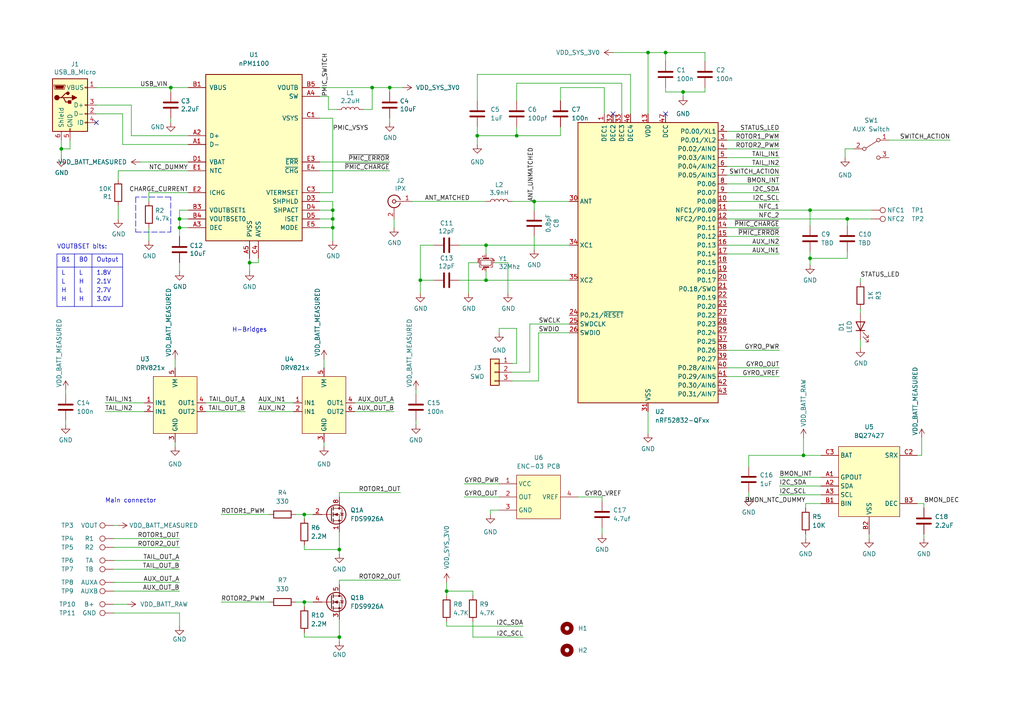
<source format=kicad_sch>
(kicad_sch (version 20250114) (generator "eeschema") (generator_version "9.0")
  (paper "A4")
  (title_block (title "AIRMAN") (date "2023-02-11") (rev "v2.0") (company "dossalab"))
  (text "H" (at 17.78 85.09 0) (effects (font (size 1.27 1.27)) (justify left bottom)))
  (text "B1\n" (at 17.78 76.2 0) (effects (font (size 1.27 1.27)) (justify left bottom)))
  (text "Output\n" (at 27.94 76.2 0) (effects (font (size 1.27 1.27)) (justify left bottom)))
  (text "2.1V" (at 27.94 82.55 0) (effects (font (size 1.27 1.27)) (justify left bottom)))
  (text "L" (at 22.86 85.09 0) (effects (font (size 1.27 1.27)) (justify left bottom)))
  (text "VOUTBSET bits:" (at 16.51 72.39 0) (effects (font (size 1.27 1.27)) (justify left bottom)))
  (text "L" (at 17.78 82.55 0) (effects (font (size 1.27 1.27)) (justify left bottom)))
  (text "Main connector" (at 30.48 146.05 0) (effects (font (size 1.27 1.27)) (justify left bottom)))
  (text "L" (at 17.78 80.01 0) (effects (font (size 1.27 1.27)) (justify left bottom)))
  (text "H-Bridges" (at 67.31 96.52 0) (effects (font (size 1.27 1.27)) (justify left bottom)))
  (text "H" (at 22.86 87.63 0) (effects (font (size 1.27 1.27)) (justify left bottom)))
  (text "2.7V" (at 27.94 85.09 0) (effects (font (size 1.27 1.27)) (justify left bottom)))
  (text "H\n" (at 22.86 82.55 0) (effects (font (size 1.27 1.27)) (justify left bottom)))
  (text "3.0V" (at 27.94 87.63 0) (effects (font (size 1.27 1.27)) (justify left bottom)))
  (text "B0" (at 22.86 76.2 0) (effects (font (size 1.27 1.27)) (justify left bottom)))
  (text "1.8V" (at 27.94 80.01 0) (effects (font (size 1.27 1.27)) (justify left bottom)))
  (text "H" (at 17.78 87.63 0) (effects (font (size 1.27 1.27)) (justify left bottom)))
  (text "L" (at 22.86 80.01 0) (effects (font (size 1.27 1.27)) (justify left bottom)))
  (junction (at 234.95 74.93))
  (junction (at 96.52 66.04))
  (junction (at 113.03 25.4))
  (junction (at 88.265 174.625))
  (junction (at 193.04 15.24))
  (junction (at 107.95 25.4))
  (junction (at 233.045 132.08))
  (junction (at 187.96 15.24))
  (junction (at 140.97 81.28))
  (junction (at 140.97 71.12))
  (junction (at 121.92 81.28))
  (junction (at 96.52 63.5))
  (junction (at 129.54 171.45))
  (junction (at 245.745 63.5))
  (junction (at 138.43 39.37))
  (junction (at 72.39 76.2))
  (junction (at 234.95 60.96))
  (junction (at 98.425 184.785))
  (junction (at 96.52 60.96))
  (junction (at 52.07 66.04))
  (junction (at 52.07 63.5))
  (junction (at 49.53 25.4))
  (junction (at 154.94 58.42))
  (junction (at 17.78 43.18))
  (junction (at 98.425 159.385))
  (junction (at 88.265 149.225))
  (junction (at 149.86 39.37))
  (junction (at 198.12 26.67))
  (no_connect (at 193.04 33.02))
  (no_connect (at 177.8 33.02))
  (no_connect (at 27.94 35.56))
  (wire (pts (xy 257.81 40.64) (xy 275.59 40.64)))
  (wire (pts (xy 266.065 146.05) (xy 267.97 146.05)))
  (wire (pts (xy 30.48 119.38) (xy 41.91 119.38)))
  (wire (pts (xy 27.94 30.48) (xy 38.1 30.48)))
  (wire (pts (xy 88.265 174.625) (xy 88.265 175.895)))
  (wire (pts (xy 49.53 26.67) (xy 49.53 25.4)))
  (polyline (pts (xy 49.53 57.15) (xy 39.37 57.15)) (stroke (width 0) (type dash)))
  (wire (pts (xy 210.82 38.1) (xy 226.06 38.1)))
  (wire (pts (xy 92.71 55.88) (xy 96.52 55.88)))
  (wire (pts (xy 245.745 63.5) (xy 245.745 65.405)))
  (wire (pts (xy 233.68 154.94) (xy 233.68 156.21)))
  (wire (pts (xy 102.87 116.84) (xy 114.3 116.84)))
  (wire (pts (xy 30.48 116.84) (xy 41.91 116.84)))
  (wire (pts (xy 177.8 15.24) (xy 187.96 15.24)))
  (wire (pts (xy 210.82 68.58) (xy 226.06 68.58)))
  (wire (pts (xy 210.82 60.96) (xy 234.95 60.96)))
  (polyline (pts (xy 16.51 88.9) (xy 35.56 88.9)) (stroke (width 0) (type solid)))
  (wire (pts (xy 98.425 142.875) (xy 116.205 142.875)))
  (wire (pts (xy 98.425 184.785) (xy 98.425 186.055)))
  (wire (pts (xy 38.1 30.48) (xy 38.1 39.37)))
  (wire (pts (xy 204.47 26.67) (xy 198.12 26.67)))
  (wire (pts (xy 85.725 174.625) (xy 88.265 174.625)))
  (wire (pts (xy 180.34 24.13) (xy 180.34 33.02)))
  (wire (pts (xy 92.71 49.53) (xy 113.03 49.53)))
  (wire (pts (xy 33.02 162.56) (xy 52.07 162.56)))
  (wire (pts (xy 98.425 168.275) (xy 116.205 168.275)))
  (wire (pts (xy 50.8 104.14) (xy 50.8 106.68)))
  (wire (pts (xy 249.555 81.915) (xy 249.555 80.645)))
  (wire (pts (xy 33.02 175.26) (xy 36.83 175.26)))
  (wire (pts (xy 226.06 140.97) (xy 238.125 140.97)))
  (wire (pts (xy 210.82 109.22) (xy 226.06 109.22)))
  (wire (pts (xy 120.65 113.03) (xy 120.65 114.3)))
  (wire (pts (xy 93.98 104.14) (xy 93.98 106.68)))
  (wire (pts (xy 267.97 154.94) (xy 267.97 156.21)))
  (wire (pts (xy 96.52 58.42) (xy 92.71 58.42)))
  (wire (pts (xy 198.12 26.67) (xy 198.12 27.94)))
  (wire (pts (xy 88.265 149.225) (xy 88.265 150.495)))
  (wire (pts (xy 98.425 144.145) (xy 98.425 142.875)))
  (wire (pts (xy 149.86 105.41) (xy 149.86 95.25)))
  (wire (pts (xy 92.71 66.04) (xy 96.52 66.04)))
  (wire (pts (xy 140.97 71.12) (xy 140.97 73.66)))
  (wire (pts (xy 234.95 74.93) (xy 234.95 76.835)))
  (wire (pts (xy 27.94 25.4) (xy 49.53 25.4)))
  (wire (pts (xy 49.53 35.56) (xy 49.53 34.29)))
  (wire (pts (xy 113.03 35.56) (xy 113.03 34.29)))
  (polyline (pts (xy 16.51 77.47) (xy 35.56 77.47)) (stroke (width 0) (type solid)))
  (polyline (pts (xy 35.56 73.66) (xy 16.51 73.66)) (stroke (width 0) (type solid)))
  (wire (pts (xy 182.88 21.59) (xy 182.88 33.02)))
  (wire (pts (xy 210.82 43.18) (xy 226.06 43.18)))
  (wire (pts (xy 49.53 25.4) (xy 54.61 25.4)))
  (wire (pts (xy 149.86 39.37) (xy 149.86 36.83)))
  (wire (pts (xy 107.95 31.75) (xy 107.95 25.4)))
  (wire (pts (xy 121.92 71.12) (xy 121.92 81.28)))
  (wire (pts (xy 210.82 45.72) (xy 226.06 45.72)))
  (wire (pts (xy 148.59 110.49) (xy 156.21 110.49)))
  (wire (pts (xy 138.43 29.21) (xy 138.43 21.59)))
  (wire (pts (xy 233.045 127) (xy 233.045 132.08)))
  (wire (pts (xy 52.07 68.58) (xy 52.07 66.04)))
  (wire (pts (xy 90.805 174.625) (xy 88.265 174.625)))
  (wire (pts (xy 72.39 76.2) (xy 72.39 78.74)))
  (wire (pts (xy 43.18 55.88) (xy 54.61 55.88)))
  (wire (pts (xy 204.47 25.4) (xy 204.47 26.67)))
  (wire (pts (xy 54.61 66.04) (xy 52.07 66.04)))
  (wire (pts (xy 210.82 73.66) (xy 226.06 73.66)))
  (wire (pts (xy 40.64 46.99) (xy 54.61 46.99)))
  (wire (pts (xy 88.265 158.115) (xy 88.265 159.385)))
  (wire (pts (xy 193.04 25.4) (xy 193.04 26.67)))
  (wire (pts (xy 234.95 60.96) (xy 234.95 65.405)))
  (wire (pts (xy 138.43 21.59) (xy 182.88 21.59)))
  (wire (pts (xy 147.32 76.2) (xy 143.51 76.2)))
  (wire (pts (xy 210.82 101.6) (xy 226.06 101.6)))
  (wire (pts (xy 267.97 147.32) (xy 267.97 146.05)))
  (wire (pts (xy 33.02 177.8) (xy 52.07 177.8)))
  (polyline (pts (xy 35.56 88.9) (xy 35.56 73.66)) (stroke (width 0) (type solid)))
  (wire (pts (xy 19.05 113.03) (xy 19.05 114.3)))
  (wire (pts (xy 93.98 128.27) (xy 93.98 129.54)))
  (wire (pts (xy 153.67 107.95) (xy 148.59 107.95)))
  (wire (pts (xy 119.38 58.42) (xy 140.97 58.42)))
  (wire (pts (xy 162.56 25.4) (xy 162.56 29.21)))
  (wire (pts (xy 144.78 147.955) (xy 142.24 147.955)))
  (wire (pts (xy 133.35 71.12) (xy 140.97 71.12)))
  (wire (pts (xy 138.43 39.37) (xy 149.86 39.37)))
  (wire (pts (xy 33.02 156.21) (xy 52.07 156.21)))
  (wire (pts (xy 125.73 71.12) (xy 121.92 71.12)))
  (wire (pts (xy 92.71 63.5) (xy 96.52 63.5)))
  (wire (pts (xy 245.11 43.18) (xy 247.65 43.18)))
  (wire (pts (xy 120.65 121.92) (xy 120.65 123.19)))
  (wire (pts (xy 92.71 27.94) (xy 95.25 27.94)))
  (wire (pts (xy 90.805 149.225) (xy 88.265 149.225)))
  (wire (pts (xy 121.92 85.09) (xy 121.92 81.28)))
  (wire (pts (xy 96.52 60.96) (xy 96.52 58.42)))
  (wire (pts (xy 92.71 34.29) (xy 96.52 34.29)))
  (wire (pts (xy 233.045 132.08) (xy 238.125 132.08)))
  (wire (pts (xy 153.67 93.98) (xy 165.1 93.98)))
  (wire (pts (xy 234.95 73.025) (xy 234.95 74.93)))
  (wire (pts (xy 210.82 55.88) (xy 226.06 55.88)))
  (wire (pts (xy 96.52 69.85) (xy 96.52 66.04)))
  (wire (pts (xy 98.425 179.705) (xy 98.425 184.785)))
  (wire (pts (xy 138.43 39.37) (xy 138.43 41.91)))
  (polyline (pts (xy 16.51 73.66) (xy 16.51 88.9)) (stroke (width 0) (type solid)))
  (wire (pts (xy 74.93 116.84) (xy 85.09 116.84)))
  (wire (pts (xy 52.07 177.8) (xy 52.07 181.61)))
  (wire (pts (xy 187.96 15.24) (xy 187.96 33.02)))
  (wire (pts (xy 92.71 46.99) (xy 113.03 46.99)))
  (wire (pts (xy 233.68 147.32) (xy 233.68 146.05)))
  (wire (pts (xy 217.17 132.08) (xy 233.045 132.08)))
  (wire (pts (xy 156.21 96.52) (xy 165.1 96.52)))
  (wire (pts (xy 98.425 154.305) (xy 98.425 159.385)))
  (wire (pts (xy 19.05 121.92) (xy 19.05 123.19)))
  (wire (pts (xy 35.56 41.91) (xy 35.56 33.02)))
  (wire (pts (xy 267.335 127) (xy 267.335 132.08)))
  (wire (pts (xy 33.02 165.1) (xy 52.07 165.1)))
  (wire (pts (xy 64.135 149.225) (xy 78.105 149.225)))
  (wire (pts (xy 33.02 168.91) (xy 52.07 168.91)))
  (wire (pts (xy 34.29 49.53) (xy 54.61 49.53)))
  (wire (pts (xy 88.265 183.515) (xy 88.265 184.785)))
  (wire (pts (xy 72.39 74.93) (xy 72.39 76.2)))
  (wire (pts (xy 137.16 172.72) (xy 137.16 171.45)))
  (wire (pts (xy 217.17 142.875) (xy 217.17 144.145)))
  (wire (pts (xy 144.78 95.25) (xy 144.78 96.52)))
  (wire (pts (xy 114.3 66.04) (xy 114.3 63.5)))
  (wire (pts (xy 156.21 110.49) (xy 156.21 96.52)))
  (wire (pts (xy 59.69 119.38) (xy 71.12 119.38)))
  (wire (pts (xy 88.265 159.385) (xy 98.425 159.385)))
  (wire (pts (xy 198.12 26.67) (xy 193.04 26.67)))
  (wire (pts (xy 43.18 69.85) (xy 43.18 66.04)))
  (wire (pts (xy 210.82 71.12) (xy 226.06 71.12)))
  (wire (pts (xy 74.93 119.38) (xy 85.09 119.38)))
  (wire (pts (xy 85.725 149.225) (xy 88.265 149.225)))
  (wire (pts (xy 135.89 76.2) (xy 138.43 76.2)))
  (wire (pts (xy 129.54 181.61) (xy 151.765 181.61)))
  (wire (pts (xy 154.94 68.58) (xy 154.94 72.39)))
  (wire (pts (xy 162.56 36.83) (xy 162.56 39.37)))
  (wire (pts (xy 142.24 147.955) (xy 142.24 149.225)))
  (wire (pts (xy 140.97 78.74) (xy 140.97 81.28)))
  (wire (pts (xy 88.265 184.785) (xy 98.425 184.785)))
  (wire (pts (xy 226.06 143.51) (xy 238.125 143.51)))
  (wire (pts (xy 137.16 184.785) (xy 151.765 184.785)))
  (wire (pts (xy 154.94 58.42) (xy 165.1 58.42)))
  (wire (pts (xy 96.52 66.04) (xy 96.52 63.5)))
  (wire (pts (xy 249.555 100.965) (xy 249.555 98.425)))
  (wire (pts (xy 133.35 81.28) (xy 140.97 81.28)))
  (wire (pts (xy 210.82 66.04) (xy 226.06 66.04)))
  (wire (pts (xy 148.59 58.42) (xy 154.94 58.42)))
  (wire (pts (xy 140.97 81.28) (xy 165.1 81.28)))
  (wire (pts (xy 102.87 119.38) (xy 114.3 119.38)))
  (wire (pts (xy 33.02 171.45) (xy 52.07 171.45)))
  (wire (pts (xy 64.135 174.625) (xy 78.105 174.625)))
  (wire (pts (xy 204.47 17.78) (xy 204.47 15.24)))
  (wire (pts (xy 137.16 184.785) (xy 137.16 180.34)))
  (wire (pts (xy 193.04 15.24) (xy 204.47 15.24)))
  (wire (pts (xy 92.71 25.4) (xy 107.95 25.4)))
  (wire (pts (xy 149.86 29.21) (xy 149.86 24.13)))
  (wire (pts (xy 96.52 63.5) (xy 96.52 60.96)))
  (wire (pts (xy 97.79 31.75) (xy 95.25 31.75)))
  (polyline (pts (xy 21.59 73.66) (xy 21.59 88.9)) (stroke (width 0) (type solid)))
  (wire (pts (xy 17.78 45.72) (xy 17.78 43.18)))
  (wire (pts (xy 33.02 152.4) (xy 34.29 152.4)))
  (wire (pts (xy 226.06 48.26) (xy 210.82 48.26)))
  (wire (pts (xy 149.86 95.25) (xy 144.78 95.25)))
  (wire (pts (xy 113.03 26.67) (xy 113.03 25.4)))
  (wire (pts (xy 245.745 63.5) (xy 252.73 63.5)))
  (wire (pts (xy 193.04 17.78) (xy 193.04 15.24)))
  (wire (pts (xy 54.61 63.5) (xy 52.07 63.5)))
  (wire (pts (xy 174.625 145.415) (xy 174.625 144.145)))
  (wire (pts (xy 149.86 24.13) (xy 180.34 24.13)))
  (wire (pts (xy 233.68 146.05) (xy 238.125 146.05)))
  (wire (pts (xy 267.335 132.08) (xy 266.065 132.08)))
  (wire (pts (xy 234.95 60.96) (xy 252.73 60.96)))
  (wire (pts (xy 50.8 128.27) (xy 50.8 129.54)))
  (wire (pts (xy 74.93 76.2) (xy 72.39 76.2)))
  (wire (pts (xy 20.32 40.64) (xy 20.32 43.18)))
  (polyline (pts (xy 26.67 73.66) (xy 26.67 88.9)) (stroke (width 0) (type solid)))
  (wire (pts (xy 107.95 25.4) (xy 113.03 25.4)))
  (wire (pts (xy 129.54 181.61) (xy 129.54 180.34)))
  (wire (pts (xy 98.425 159.385) (xy 98.425 160.655)))
  (wire (pts (xy 134.62 140.335) (xy 144.78 140.335)))
  (wire (pts (xy 137.16 171.45) (xy 129.54 171.45)))
  (wire (pts (xy 210.82 40.64) (xy 226.06 40.64)))
  (wire (pts (xy 17.78 43.18) (xy 17.78 40.64)))
  (wire (pts (xy 35.56 33.02) (xy 27.94 33.02)))
  (wire (pts (xy 162.56 39.37) (xy 149.86 39.37)))
  (wire (pts (xy 154.94 60.96) (xy 154.94 58.42)))
  (wire (pts (xy 92.71 60.96) (xy 96.52 60.96)))
  (wire (pts (xy 54.61 60.96) (xy 52.07 60.96)))
  (wire (pts (xy 95.25 31.75) (xy 95.25 27.94)))
  (wire (pts (xy 35.56 41.91) (xy 54.61 41.91)))
  (wire (pts (xy 252.095 154.94) (xy 252.095 156.21)))
  (wire (pts (xy 52.07 78.74) (xy 52.07 76.2)))
  (wire (pts (xy 245.11 45.72) (xy 245.11 43.18)))
  (polyline (pts (xy 49.53 67.31) (xy 49.53 57.15)) (stroke (width 0) (type dash)))
  (wire (pts (xy 174.625 153.035) (xy 174.625 154.94)))
  (wire (pts (xy 96.52 55.88) (xy 96.52 34.29)))
  (wire (pts (xy 134.62 144.145) (xy 144.78 144.145)))
  (wire (pts (xy 175.26 25.4) (xy 162.56 25.4)))
  (wire (pts (xy 98.425 169.545) (xy 98.425 168.275)))
  (wire (pts (xy 245.745 74.93) (xy 234.95 74.93)))
  (wire (pts (xy 34.29 52.07) (xy 34.29 49.53)))
  (wire (pts (xy 135.89 85.09) (xy 135.89 76.2)))
  (wire (pts (xy 245.745 73.025) (xy 245.745 74.93)))
  (wire (pts (xy 113.03 25.4) (xy 116.84 25.4)))
  (wire (pts (xy 105.41 31.75) (xy 107.95 31.75)))
  (wire (pts (xy 226.06 50.8) (xy 210.82 50.8)))
  (wire (pts (xy 210.82 106.68) (xy 226.06 106.68)))
  (wire (pts (xy 43.18 58.42) (xy 43.18 55.88)))
  (wire (pts (xy 147.32 85.09) (xy 147.32 76.2)))
  (wire (pts (xy 217.17 135.255) (xy 217.17 132.08)))
  (polyline (pts (xy 39.37 57.15) (xy 39.37 67.31)) (stroke (width 0) (type dash)))
  (wire (pts (xy 238.125 138.43) (xy 226.06 138.43)))
  (wire (pts (xy 121.92 81.28) (xy 125.73 81.28)))
  (wire (pts (xy 33.02 158.75) (xy 52.07 158.75)))
  (polyline (pts (xy 39.37 67.31) (xy 49.53 67.31)) (stroke (width 0) (type dash)))
  (wire (pts (xy 210.82 58.42) (xy 226.06 58.42)))
  (wire (pts (xy 175.26 33.02) (xy 175.26 25.4)))
  (wire (pts (xy 140.97 71.12) (xy 165.1 71.12)))
  (wire (pts (xy 210.82 63.5) (xy 245.745 63.5)))
  (wire (pts (xy 249.555 90.805) (xy 249.555 89.535)))
  (wire (pts (xy 148.59 105.41) (xy 149.86 105.41)))
  (wire (pts (xy 174.625 144.145) (xy 167.64 144.145)))
  (wire (pts (xy 52.07 63.5) (xy 52.07 60.96)))
  (wire (pts (xy 138.43 36.83) (xy 138.43 39.37)))
  (wire (pts (xy 193.04 15.24) (xy 187.96 15.24)))
  (wire (pts (xy 20.32 43.18) (xy 17.78 43.18)))
  (wire (pts (xy 52.07 66.04) (xy 52.07 63.5)))
  (wire (pts (xy 210.82 53.34) (xy 226.06 53.34)))
  (wire (pts (xy 129.54 168.91) (xy 129.54 171.45)))
  (wire (pts (xy 59.69 116.84) (xy 71.12 116.84)))
  (wire (pts (xy 187.96 119.38) (xy 187.96 125.73)))
  (wire (pts (xy 129.54 171.45) (xy 129.54 172.72)))
  (wire (pts (xy 38.1 39.37) (xy 54.61 39.37)))
  (wire (pts (xy 153.67 107.95) (xy 153.67 93.98)))
  (wire (pts (xy 74.93 74.93) (xy 74.93 76.2)))
  (wire (pts (xy 34.29 63.5) (xy 34.29 59.69)))
  (label "ROTOR2_OUT" (at 116.205 168.275 180))
  (label "NFC_1" (at 226.06 60.96 180))
  (label "AUX_IN2" (at 226.06 71.12 180))
  (label "TAIL_IN1" (at 226.06 45.72 180))
  (label "TAIL_OUT_A" (at 71.12 116.84 180))
  (label "AUX_IN1" (at 226.06 73.66 180))
  (label "~{PMIC_CHARGE}" (at 226.06 66.04 180))
  (label "ANT_UNMATCHED" (at 154.94 58.42 90))
  (label "CHARGE_CURRENT" (at 54.61 55.88 180))
  (label "SWDIO" (at 156.21 96.52 0))
  (label "STATUS_LED" (at 226.06 38.1 180))
  (label "I2C_SDA" (at 226.06 55.88 180))
  (label "TAIL_OUT_B" (at 52.07 165.1 180))
  (label "TAIL_OUT_B" (at 71.12 119.38 180))
  (label "I2C_SCL" (at 151.765 184.785 180))
  (label "USB_VIN" (at 40.64 25.4 0))
  (label "ANT_MATCHED" (at 123.19 58.42 0))
  (label "AUX_IN2" (at 74.93 119.38 0))
  (label "BMON_INT" (at 226.06 53.34 180))
  (label "NTC_DUMMY" (at 43.18 49.53 0))
  (label "I2C_SDA" (at 226.06 140.97 0))
  (label "NFC_2" (at 226.06 63.5 180))
  (label "GYRO_PWR" (at 134.62 140.335 0))
  (label "SWCLK" (at 156.21 93.98 0))
  (label "ROTOR1_OUT" (at 116.205 142.875 180))
  (label "GYRO_VREF" (at 169.545 144.145 0))
  (label "ROTOR1_PWM" (at 226.06 40.64 180))
  (label "AUX_OUT_A" (at 114.3 116.84 180))
  (label "GYRO_OUT" (at 226.06 106.68 180))
  (label "SWITCH_ACTION" (at 275.59 40.64 180))
  (label "STATUS_LED" (at 249.555 80.645 0))
  (label "~{PMIC_CHARGE}" (at 113.03 49.53 180))
  (label "ROTOR2_PWM" (at 226.06 43.18 180))
  (label "AUX_OUT_B" (at 114.3 119.38 180))
  (label "TAIL_OUT_A" (at 52.07 162.56 180))
  (label "BMON_INT" (at 226.06 138.43 0))
  (label "I2C_SDA" (at 151.765 181.61 180))
  (label "GYRO_VREF" (at 226.06 109.22 180))
  (label "ROTOR1_PWM" (at 64.135 149.225 0))
  (label "SWITCH_ACTION" (at 226.06 50.8 180))
  (label "GYRO_PWR" (at 226.06 101.6 180))
  (label "ROTOR1_OUT" (at 52.07 156.21 180))
  (label "I2C_SCL" (at 226.06 58.42 180))
  (label "TAIL_IN1" (at 30.48 116.84 0))
  (label "PMIC_VSYS" (at 96.52 38.1 0))
  (label "AUX_IN1" (at 74.93 116.84 0))
  (label "GYRO_OUT" (at 134.62 144.145 0))
  (label "TAIL_IN2" (at 226.06 48.26 180))
  (label "I2C_SCL" (at 226.06 143.51 0))
  (label "TAIL_IN2" (at 30.48 119.38 0))
  (label "ROTOR2_PWM" (at 64.135 174.625 0))
  (label "~{PMIC_ERROR}" (at 226.06 68.58 180))
  (label "~{PMIC_ERROR}" (at 113.03 46.99 180))
  (label "AUX_OUT_B" (at 52.07 171.45 180))
  (label "ROTOR2_OUT" (at 52.07 158.75 180))
  (label "BMON_NTC_DUMMY" (at 233.68 146.05 180))
  (label "PMIC_SWITCH" (at 95.25 27.94 90))
  (label "AUX_OUT_A" (at 52.07 168.91 180))
  (label "BMON_DEC" (at 267.97 146.05 0))
  (symbol (lib_id "Device:C") (at 19.05 118.11 0) (unit 1)
    (property "Reference" "C14" (at 22.225 116.8399 0) (effects (justify left)))
    (property "Value" "100n" (at 22.225 119.3799 0) (effects (justify left)))
    (property "Footprint" "Capacitor_SMD:C_0603_1608Metric" (effects (hide yes)))
  )
  (symbol (lib_id "power:GND") (at 234.95 76.835 0) (unit 1)
    (property "Reference" "#PWR015" (effects (hide yes)))
    (property "Value" "GND" (at 234.95 81.28 0))
  )
  (symbol (lib_id "power:GND") (at 120.65 123.19 0) (unit 1)
    (property "Reference" "#PWR028" (effects (hide yes)))
    (property "Value" "GND" (at 120.65 127.635 0))
  )
  (symbol (lib_id "power_local:VDD_BATT_MEASURED") (at 34.29 152.4 0) (unit 1)
    (property "Reference" "#PWR036" (effects (hide yes)))
    (property "Value" "VDD_BATT_MEASURED" (at 37.465 152.4 0) (effects (justify left)))
  )
  (symbol (lib_id "MCU_Nordic:nRF52832-QFxx") (at 187.96 76.2 0) (unit 1)
    (property "Reference" "U2" (at 189.9794 119.38 0) (effects (justify left)))
    (property "Value" "nRF52832-QFxx" (at 189.9794 121.92 0) (effects (justify left)))
    (property "Footprint" "Package_DFN_QFN:QFN-48-1EP_6x6mm_P0.4mm_EP4.6x4.6mm" (effects (hide yes)))
    (property "Datasheet" "http://infocenter.nordicsemi.com/pdf/nRF52832_PS_v1.4.pdf" (effects (hide yes)))
  )
  (symbol (lib_id "Device:R") (at 249.555 85.725 0) (unit 1)
    (property "Reference" "R3" (at 254.8128 85.725 90))
    (property "Value" "1K" (at 252.5014 85.725 90))
    (property "Footprint" "Resistor_SMD:R_0603_1608Metric" (effects (hide yes)))
  )
  (symbol (lib_id "power_local:VDD_BATT_MEASURED") (at 93.98 104.14 90) (unit 1)
    (property "Reference" "#PWR024" (effects (hide yes)))
    (property "Value" "VDD_BATT_MEASURED" (at 92.075 103.505 0) (effects (justify left)))
  )
  (symbol (lib_id "power_local:VDD_BATT_MEASURED") (at 120.65 113.03 90) (unit 1)
    (property "Reference" "#PWR026" (effects (hide yes)))
    (property "Value" "VDD_BATT_MEASURED" (at 118.745 112.395 0) (effects (justify left)))
  )
  (symbol (lib_id "power:GND") (at 245.11 45.72 0) (unit 1)
    (property "Reference" "#PWR08" (effects (hide yes)))
    (property "Value" "GND" (at 245.11 50.8 0))
  )
  (symbol (lib_id "power_local:VDD_SYS_3V0") (at 177.8 15.24 180) (unit 1)
    (property "Reference" "#PWR01" (effects (hide yes)))
    (property "Value" "VDD_SYS_3V0" (at 167.64 15.24 0))
  )
  (symbol (lib_id "power:GND") (at 174.625 154.94 0) (unit 1)
    (property "Reference" "#PWR037" (effects (hide yes)))
    (property "Value" "GND" (at 174.625 159.385 0))
  )
  (symbol (lib_id "Device:C") (at 174.625 149.225 0) (unit 1)
    (property "Reference" "C17" (at 177.8 147.9549 0) (effects (justify left)))
    (property "Value" "4.7uf" (at 177.8 150.4949 0) (effects (justify left)))
    (property "Footprint" "Capacitor_SMD:C_0603_1608Metric" (effects (hide yes)))
  )
  (symbol (lib_id "power:GND") (at 52.07 78.74 0) (unit 1)
    (property "Reference" "#PWR016" (effects (hide yes)))
    (property "Value" "GND" (at 52.197 83.1342 0))
  )
  (symbol (lib_id "power:GND") (at 233.68 156.21 0) (unit 1)
    (property "Reference" "#PWR038" (effects (hide yes)))
    (property "Value" "GND" (at 233.68 160.655 0))
  )
  (symbol (lib_id "Device:R") (at 88.265 179.705 0) (unit 1)
    (property "Reference" "R10" (at 90.17 178.4349 0) (effects (justify left)))
    (property "Value" "2.2M" (at 90.17 180.9749 0) (effects (justify left)))
    (property "Footprint" "Resistor_SMD:R_0603_1608Metric" (effects (hide yes)))
  )
  (symbol (lib_id "power:GND") (at 144.78 96.52 0) (unit 1)
    (property "Reference" "#PWR021" (effects (hide yes)))
    (property "Value" "GND" (at 144.78 101.6 0))
  )
  (symbol (lib_id "Connector:TestPoint") (at 33.02 177.8 90) (unit 1)
    (property "Reference" "TP11" (at 19.558 177.8 90))
    (property "Value" "GND" (at 25.908 177.8 90))
    (property "Footprint" "TestPoint:TestPoint_THTPad_D1.0mm_Drill0.5mm" (effects (hide yes)))
  )
  (symbol (lib_id "Device:R") (at 81.915 149.225 90) (unit 1)
    (property "Reference" "R4" (at 81.915 142.875 90))
    (property "Value" "330" (at 81.915 145.415 90))
    (property "Footprint" "Resistor_SMD:R_0603_1608Metric" (effects (hide yes)))
  )
  (symbol (lib_id "Device:C") (at 234.95 69.215 0) (unit 1)
    (property "Reference" "C9" (at 238.125 67.9449 0) (effects (justify left)))
    (property "Value" "TBD" (at 238.125 70.4849 0) (effects (justify left)))
    (property "Footprint" "Capacitor_SMD:C_0603_1608Metric" (effects (hide yes)))
  )
  (symbol (lib_id "power:GND") (at 249.555 100.965 0) (unit 1)
    (property "Reference" "#PWR022" (effects (hide yes)))
    (property "Value" "GND" (at 249.682 105.3592 0))
  )
  (symbol (lib_id "Device:R") (at 129.54 176.53 0) (unit 1)
    (property "Reference" "R8" (at 131.445 175.2599 0) (effects (justify left)))
    (property "Value" "4.7K" (at 131.445 177.7999 0) (effects (justify left)))
    (property "Footprint" "Resistor_SMD:R_0603_1608Metric" (effects (hide yes)))
  )
  (symbol (lib_id "power_local:VDD_BATT_MEASURED") (at 50.8 104.14 90) (unit 1)
    (property "Reference" "#PWR023" (effects (hide yes)))
    (property "Value" "VDD_BATT_MEASURED" (at 48.895 103.505 0) (effects (justify left)))
  )
  (symbol (lib_id "power:GND") (at 50.8 129.54 0) (unit 1)
    (property "Reference" "#PWR032" (effects (hide yes)))
    (property "Value" "GND" (at 50.8 134.62 0))
  )
  (symbol (lib_id "Transistor_FET:FDS9926A") (at 95.885 149.225 0) (unit 1)
    (property "Reference" "Q1" (at 101.6 147.9549 0) (effects (justify left)))
    (property "Value" "FDS9926A" (at 101.6 150.4949 0) (effects (justify left)))
    (property "Footprint" "Package_SO:SOIC-8_3.9x4.9mm_P1.27mm" (effects (hide yes)))
    (property "Datasheet" "https://www.onsemi.com/pub/Collateral/FDS9926A-D.pdf" (effects (hide yes)))
  )
  (symbol (lib_id "power:GND") (at 17.78 45.72 0) (unit 1)
    (property "Reference" "#PWR07" (effects (hide yes)))
    (property "Value" "GND" (at 17.907 50.1142 0))
  )
  (symbol (lib_id "Device:Crystal_GND24_Small") (at 140.97 76.2 270) (unit 1)
    (property "Reference" "Y1" (at 144.6276 75.0316 90) (effects (justify left)))
    (property "Value" "32Mhz" (at 144.6276 77.343 90) (effects (justify left)))
    (property "Footprint" "Crystal:Crystal_SMD_2520-4Pin_2.5x2.0mm" (effects (hide yes)))
  )
  (symbol (lib_id "Device:R") (at 233.68 151.13 0) (unit 1)
    (property "Reference" "R5" (at 235.585 149.8599 0) (effects (justify left)))
    (property "Value" "10K" (at 235.585 152.3999 0) (effects (justify left)))
    (property "Footprint" "Resistor_SMD:R_0603_1608Metric" (effects (hide yes)))
  )
  (symbol (lib_id "power:GND") (at 121.92 85.09 0) (unit 1)
    (property "Reference" "#PWR018" (effects (hide yes)))
    (property "Value" "GND" (at 122.047 89.4842 0))
  )
  (symbol (lib_id "Device:L") (at 144.78 58.42 90) (unit 1)
    (property "Reference" "L2" (at 144.78 53.594 90))
    (property "Value" "3.9nH" (at 144.78 55.9054 90))
    (property "Footprint" "Inductor_SMD:L_0603_1608Metric" (effects (hide yes)))
  )
  (symbol (lib_id "Connector:USB_B_Micro") (at 20.32 30.48 0) (unit 1)
    (property "Reference" "J1" (at 21.7678 18.6182 0))
    (property "Value" "USB_B_Micro" (at 21.7678 20.9296 0))
    (property "Footprint" "Connector_USB:USB_Micro-B_Wuerth_629105150521" (effects (hide yes)))
  )
  (symbol (lib_id "Connector:Conn_Coaxial") (at 114.3 58.42 0) (mirror y) (unit 1)
    (property "Reference" "J2" (at 116.1288 52.3748 0))
    (property "Value" "IPX" (at 116.1288 54.6862 0))
    (property "Footprint" "Connector_Coaxial:U.FL_Hirose_U.FL-R-SMT-1_Vertical" (effects (hide yes)))
    (property "Datasheet" " ~" (effects (hide yes)))
  )
  (symbol (lib_id "Connector:TestPoint") (at 252.73 60.96 270) (unit 1)
    (property "Reference" "TP1" (at 266.192 60.96 90))
    (property "Value" "NFC1" (at 259.842 60.96 90))
    (property "Footprint" "TestPoint:TestPoint_THTPad_D1.0mm_Drill0.5mm" (effects (hide yes)))
  )
  (symbol (lib_id "power:GND") (at 49.53 35.56 0) (unit 1)
    (property "Reference" "#PWR04" (effects (hide yes)))
    (property "Value" "GND" (at 45.72 36.83 0))
  )
  (symbol (lib_id "power:GND") (at 114.3 66.04 0) (unit 1)
    (property "Reference" "#PWR011" (effects (hide yes)))
    (property "Value" "GND" (at 114.427 70.4342 0))
  )
  (symbol (lib_id "Device:R") (at 81.915 174.625 90) (unit 1)
    (property "Reference" "R7" (at 81.915 168.275 90))
    (property "Value" "330" (at 81.915 170.815 90))
    (property "Footprint" "Resistor_SMD:R_0603_1608Metric" (effects (hide yes)))
  )
  (symbol (lib_id "Device:C") (at 129.54 81.28 270) (unit 1)
    (property "Reference" "C13" (at 129.54 74.8792 90))
    (property "Value" "12pF" (at 129.54 77.1906 90))
    (property "Footprint" "Capacitor_SMD:C_0603_1608Metric" (effects (hide yes)))
  )
  (symbol (lib_id "power:GND") (at 96.52 69.85 0) (unit 1)
    (property "Reference" "#PWR013" (effects (hide yes)))
    (property "Value" "GND" (at 96.647 74.2442 0))
  )
  (symbol (lib_id "power:GND") (at 34.29 63.5 0) (unit 1)
    (property "Reference" "#PWR010" (effects (hide yes)))
    (property "Value" "GND" (at 34.417 67.8942 0))
  )
  (symbol (lib_id "Connector:TestPoint") (at 33.02 175.26 90) (unit 1)
    (property "Reference" "TP10" (at 19.558 175.26 90))
    (property "Value" "B+" (at 25.908 175.26 90))
    (property "Footprint" "TestPoint:TestPoint_THTPad_D1.0mm_Drill0.5mm" (effects (hide yes)))
  )
  (symbol (lib_id "power:GND") (at 154.94 72.39 0) (unit 1)
    (property "Reference" "#PWR014" (effects (hide yes)))
    (property "Value" "GND" (at 154.94 76.835 0))
  )
  (symbol (lib_id "bq27427:BQ27427") (at 243.205 124.46 0) (unit 1)
    (property "Reference" "U5" (at 252.095 123.825 0))
    (property "Value" "BQ27427" (at 252.095 126.365 0))
    (property "Footprint" "TI_WLCSP-9:BGA-9_3x3_1.6x1.6mm" (effects (hide yes)))
  )
  (symbol (lib_id "Device:LED") (at 249.555 94.615 90) (unit 1)
    (property "Reference" "D1" (at 244.0432 94.7928 0))
    (property "Value" "LED" (at 246.3546 94.7928 0))
    (property "Footprint" "LED_SMD:LED_0603_1608Metric" (effects (hide yes)))
  )
  (symbol (lib_id "Device:C") (at 162.56 33.02 0) (unit 1)
    (property "Reference" "C7" (at 165.735 31.7499 0) (effects (justify left)))
    (property "Value" "100n" (at 165.735 34.2899 0) (effects (justify left)))
    (property "Footprint" "Capacitor_SMD:C_0603_1608Metric" (effects (hide yes)))
  )
  (symbol (lib_id "power:GND") (at 187.96 125.73 0) (unit 1)
    (property "Reference" "#PWR029" (effects (hide yes)))
    (property "Value" "GND" (at 187.96 130.175 0))
  )
  (symbol (lib_id "power:GND") (at 252.095 156.21 0) (unit 1)
    (property "Reference" "#PWR039" (effects (hide yes)))
    (property "Value" "GND" (at 252.095 160.655 0))
  )
  (symbol (lib_id "drv821x:DRV821x") (at 85.09 105.41 0) (unit 1)
    (property "Reference" "U4" (at 82.55 104.14 0) (effects (justify left)))
    (property "Value" "DRV821x" (at 81.28 106.68 0) (effects (justify left)))
    (property "Footprint" "Package_TO_SOT_SMD:SOT-563" (effects (hide yes)))
  )
  (symbol (lib_id "Connector:TestPoint") (at 252.73 63.5 270) (unit 1)
    (property "Reference" "TP2" (at 266.192 63.5 90))
    (property "Value" "NFC2" (at 259.842 63.5 90))
    (property "Footprint" "TestPoint:TestPoint_THTPad_D1.0mm_Drill0.5mm" (effects (hide yes)))
  )
  (symbol (lib_id "Connector:TestPoint") (at 33.02 165.1 90) (unit 1)
    (property "Reference" "TP7" (at 19.558 165.1 90))
    (property "Value" "TB" (at 25.908 165.1 90))
    (property "Footprint" "TestPoint:TestPoint_THTPad_D1.0mm_Drill0.5mm" (effects (hide yes)))
  )
  (symbol (lib_id "Switch:SW_SPDT") (at 252.73 43.18 0) (unit 1)
    (property "Reference" "SW1" (at 252.73 34.925 0))
    (property "Value" "AUX Switch" (at 252.73 37.465 0))
    (property "Footprint" "Button_Switch_SMD:SW_SPDT_PCM12" (effects (hide yes)))
  )
  (symbol (lib_id "Device:R") (at 137.16 176.53 0) (unit 1)
    (property "Reference" "R9" (at 139.065 175.2599 0) (effects (justify left)))
    (property "Value" "4.7K" (at 139.065 177.7999 0) (effects (justify left)))
    (property "Footprint" "Resistor_SMD:R_0603_1608Metric" (effects (hide yes)))
  )
  (symbol (lib_id "power:GND") (at 113.03 35.56 0) (unit 1)
    (property "Reference" "#PWR05" (effects (hide yes)))
    (property "Value" "GND" (at 113.157 39.9542 0))
  )
  (symbol (lib_id "Device:R") (at 88.265 154.305 0) (unit 1)
    (property "Reference" "R6" (at 90.17 153.0349 0) (effects (justify left)))
    (property "Value" "2.2M" (at 90.17 155.5749 0) (effects (justify left)))
    (property "Footprint" "Resistor_SMD:R_0603_1608Metric" (effects (hide yes)))
  )
  (symbol (lib_id "Device:R") (at 43.18 62.23 0) (unit 1)
    (property "Reference" "R2" (at 44.958 61.0616 0) (effects (justify left)))
    (property "Value" "4.7k" (at 44.958 63.373 0) (effects (justify left)))
    (property "Footprint" "Resistor_SMD:R_0603_1608Metric" (effects (hide yes)))
  )
  (symbol (lib_id "Device:C") (at 245.745 69.215 0) (unit 1)
    (property "Reference" "C10" (at 248.92 67.9449 0) (effects (justify left)))
    (property "Value" "TBD" (at 248.92 70.4849 0) (effects (justify left)))
    (property "Footprint" "Capacitor_SMD:C_0603_1608Metric" (effects (hide yes)))
  )
  (symbol (lib_id "power_local:VDD_BATT_RAW") (at 36.83 175.26 0) (unit 1)
    (property "Reference" "#PWR043" (effects (hide yes)))
    (property "Value" "VDD_BATT_RAW" (at 40.64 175.26 0) (effects (justify left)))
  )
  (symbol (lib_id "power:GND") (at 147.32 85.09 0) (unit 1)
    (property "Reference" "#PWR020" (effects (hide yes)))
    (property "Value" "GND" (at 147.447 89.4842 0))
  )
  (symbol (lib_id "Connector:TestPoint") (at 33.02 158.75 90) (unit 1)
    (property "Reference" "TP5" (at 19.558 158.75 90))
    (property "Value" "R2" (at 25.908 158.75 90))
    (property "Footprint" "TestPoint:TestPoint_THTPad_D1.0mm_Drill0.5mm" (effects (hide yes)))
  )
  (symbol (lib_id "Device:C") (at 217.17 139.065 0) (unit 1)
    (property "Reference" "C16" (at 220.345 137.7949 0) (effects (justify left)))
    (property "Value" "1uF" (at 220.345 140.3349 0) (effects (justify left)))
    (property "Footprint" "Capacitor_SMD:C_0603_1608Metric" (effects (hide yes)))
  )
  (symbol (lib_id "Device:C") (at 149.86 33.02 0) (unit 1)
    (property "Reference" "C6" (at 153.035 31.7499 0) (effects (justify left)))
    (property "Value" "100pf" (at 153.035 34.2899 0) (effects (justify left)))
    (property "Footprint" "Capacitor_SMD:C_0603_1608Metric" (effects (hide yes)))
  )
  (symbol (lib_id "power:GND") (at 267.97 156.21 0) (unit 1)
    (property "Reference" "#PWR040" (effects (hide yes)))
    (property "Value" "GND" (at 267.97 160.655 0))
  )
  (symbol (lib_id "Device:L") (at 101.6 31.75 90) (unit 1)
    (property "Reference" "L1" (at 101.6 26.924 90))
    (property "Value" "2.2uH" (at 101.6 29.2354 90))
    (property "Footprint" "Inductor_SMD:L_0805_2012Metric" (effects (hide yes)))
  )
  (symbol (lib_id "Device:C") (at 129.54 71.12 270) (unit 1)
    (property "Reference" "C11" (at 129.54 64.7192 90))
    (property "Value" "12pF" (at 129.54 67.0306 90))
    (property "Footprint" "Capacitor_SMD:C_0603_1608Metric" (effects (hide yes)))
  )
  (symbol (lib_id "power:GND") (at 72.39 78.74 0) (unit 1)
    (property "Reference" "#PWR017" (effects (hide yes)))
    (property "Value" "GND" (at 72.39 83.185 0))
  )
  (symbol (lib_id "Device:C") (at 120.65 118.11 0) (unit 1)
    (property "Reference" "C15" (at 123.825 116.8399 0) (effects (justify left)))
    (property "Value" "100n" (at 123.825 119.3799 0) (effects (justify left)))
    (property "Footprint" "Capacitor_SMD:C_0603_1608Metric" (effects (hide yes)))
  )
  (symbol (lib_id "power:GND") (at 198.12 27.94 0) (unit 1)
    (property "Reference" "#PWR03" (effects (hide yes)))
    (property "Value" "GND" (at 198.12 33.02 0))
  )
  (symbol (lib_id "power_local:VDD_BATT_RAW") (at 233.045 127 90) (unit 1)
    (property "Reference" "#PWR030" (effects (hide yes)))
    (property "Value" "VDD_BATT_RAW" (at 233.045 123.825 0) (effects (justify left)))
  )
  (symbol (lib_id "Connector:TestPoint") (at 33.02 152.4 90) (unit 1)
    (property "Reference" "TP3" (at 19.558 152.4 90))
    (property "Value" "VOUT" (at 25.908 152.4 90))
    (property "Footprint" "TestPoint:TestPoint_THTPad_D1.0mm_Drill0.5mm" (effects (hide yes)))
  )
  (symbol (lib_id "Device:C") (at 49.53 30.48 0) (unit 1)
    (property "Reference" "C3" (at 52.451 29.3116 0) (effects (justify left)))
    (property "Value" "2.2uF" (at 52.451 31.623 0) (effects (justify left)))
    (property "Footprint" "Capacitor_SMD:C_0603_1608Metric" (effects (hide yes)))
  )
  (symbol (lib_id "Connector:TestPoint") (at 33.02 168.91 90) (unit 1)
    (property "Reference" "TP8" (at 19.558 168.91 90))
    (property "Value" "AUXA" (at 25.908 168.91 90))
    (property "Footprint" "TestPoint:TestPoint_THTPad_D1.0mm_Drill0.5mm" (effects (hide yes)))
  )
  (symbol (lib_id "power_local:VDD_BATT_MEASURED") (at 19.05 113.03 90) (unit 1)
    (property "Reference" "#PWR025" (effects (hide yes)))
    (property "Value" "VDD_BATT_MEASURED" (at 17.145 112.395 0) (effects (justify left)))
  )
  (symbol (lib_id "power:GND") (at 43.18 69.85 0) (unit 1)
    (property "Reference" "#PWR012" (effects (hide yes)))
    (property "Value" "GND" (at 43.307 74.2442 0))
  )
  (symbol (lib_id "power:GND") (at 98.425 186.055 0) (unit 1)
    (property "Reference" "#PWR045" (effects (hide yes)))
    (property "Value" "GND" (at 98.425 189.865 0))
  )
  (symbol (lib_id "Connector:TestPoint") (at 33.02 156.21 90) (unit 1)
    (property "Reference" "TP4" (at 19.558 156.21 90))
    (property "Value" "R1" (at 25.908 156.21 90))
    (property "Footprint" "TestPoint:TestPoint_THTPad_D1.0mm_Drill0.5mm" (effects (hide yes)))
  )
  (symbol (lib_id "power:GND") (at 19.05 123.19 0) (unit 1)
    (property "Reference" "#PWR027" (effects (hide yes)))
    (property "Value" "GND" (at 19.05 127.635 0))
  )
  (symbol (lib_id "Mechanical:MountingHole") (at 164.465 182.245 0) (unit 1)
    (property "Reference" "H1" (at 167.64 182.2449 0) (effects (justify left)))
    (property "Value" "MountingHole" (effects (hide yes)))
    (property "Footprint" "Holes:MountingHole_1.6mm" (effects (hide yes)))
  )
  (symbol (lib_id "npm1100:nPM1100") (at 59.69 19.05 0) (unit 1)
    (property "Reference" "U1" (at 73.66 15.875 0))
    (property "Value" "nPM1100" (at 73.66 18.415 0))
    (property "Footprint" "Nordic_WLCSP-25:Nordic_WLCSP-25_5x5_2.075x2.075mm" (effects (hide yes)))
  )
  (symbol (lib_id "power:GND") (at 217.17 144.145 0) (unit 1)
    (property "Reference" "#PWR034" (effects (hide yes)))
    (property "Value" "GND" (at 217.17 148.59 0))
  )
  (symbol (lib_id "power:GND") (at 142.24 149.225 0) (unit 1)
    (property "Reference" "#PWR035" (effects (hide yes)))
    (property "Value" "GND" (at 142.24 154.305 0))
  )
  (symbol (lib_id "Device:R") (at 34.29 55.88 180) (unit 1)
    (property "Reference" "R1" (at 32.512 57.0484 0) (effects (justify left)))
    (property "Value" "10K" (at 32.512 54.737 0) (effects (justify left)))
    (property "Footprint" "Resistor_SMD:R_0603_1608Metric" (effects (hide yes)))
  )
  (symbol (lib_id "Connector_Generic:Conn_01x03") (at 143.51 107.95 0) (mirror y) (unit 1)
    (property "Reference" "J3" (at 138.43 106.68 0))
    (property "Value" "SWD" (at 138.43 109.22 0))
    (property "Footprint" "Connector_PinHeader_1.27mm:PinHeader_1x03_P1.27mm_Vertical" (effects (hide yes)))
  )
  (symbol (lib_id "Mechanical:MountingHole") (at 164.465 188.595 0) (unit 1)
    (property "Reference" "H2" (at 167.64 188.5949 0) (effects (justify left)))
    (property "Value" "MountingHole" (effects (hide yes)))
    (property "Footprint" "Holes:MountingHole_1.6mm" (effects (hide yes)))
  )
  (symbol (lib_id "Device:C") (at 267.97 151.13 0) (unit 1)
    (property "Reference" "C18" (at 271.145 149.8599 0) (effects (justify left)))
    (property "Value" "2.2uF" (at 271.145 152.3999 0) (effects (justify left)))
    (property "Footprint" "Capacitor_SMD:C_0603_1608Metric" (effects (hide yes)))
  )
  (symbol (lib_id "power:GND") (at 98.425 160.655 0) (unit 1)
    (property "Reference" "#PWR041" (effects (hide yes)))
    (property "Value" "GND" (at 98.425 165.1 0))
  )
  (symbol (lib_id "power_local:VDD_SYS_3V0") (at 129.54 168.91 90) (unit 1)
    (property "Reference" "#PWR042" (effects (hide yes)))
    (property "Value" "VDD_SYS_3V0" (at 129.54 158.75 0))
  )
  (symbol (lib_id "Device:C") (at 138.43 33.02 0) (unit 1)
    (property "Reference" "C5" (at 142.24 31.7499 0) (effects (justify left)))
    (property "Value" "1uF" (at 142.24 34.2899 0) (effects (justify left)))
    (property "Footprint" "Capacitor_SMD:C_0603_1608Metric" (effects (hide yes)))
  )
  (symbol (lib_id "power:GND") (at 138.43 41.91 0) (unit 1)
    (property "Reference" "#PWR06" (effects (hide yes)))
    (property "Value" "GND" (at 138.43 46.99 0))
  )
  (symbol (lib_id "drv821x:DRV821x") (at 41.91 105.41 0) (unit 1)
    (property "Reference" "U3" (at 40.64 104.14 0) (effects (justify left)))
    (property "Value" "DRV821x" (at 39.37 106.68 0) (effects (justify left)))
    (property "Footprint" "Package_TO_SOT_SMD:SOT-563" (effects (hide yes)))
  )
  (symbol (lib_id "power_local:VDD_BATT_MEASURED") (at 267.335 127 90) (unit 1)
    (property "Reference" "#PWR031" (effects (hide yes)))
    (property "Value" "VDD_BATT_MEASURED" (at 265.43 126.365 0) (effects (justify left)))
  )
  (symbol (lib_id "Device:C") (at 52.07 72.39 0) (unit 1)
    (property "Reference" "C12" (at 54.991 71.2216 0) (effects (justify left)))
    (property "Value" "10uF" (at 54.991 73.533 0) (effects (justify left)))
    (property "Footprint" "Capacitor_SMD:C_0603_1608Metric" (effects (hide yes)))
  )
  (symbol (lib_id "power_local:VDD_SYS_3V0") (at 116.84 25.4 0) (unit 1)
    (property "Reference" "#PWR02" (effects (hide yes)))
    (property "Value" "VDD_SYS_3V0" (at 127 25.4 0))
  )
  (symbol (lib_id "power:GND") (at 52.07 181.61 0) (unit 1)
    (property "Reference" "#PWR044" (effects (hide yes)))
    (property "Value" "GND" (at 52.07 185.42 0))
  )
  (symbol (lib_id "Device:C") (at 193.04 21.59 0) (unit 1)
    (property "Reference" "C1" (at 196.215 20.3199 0) (effects (justify left)))
    (property "Value" "100n" (at 196.215 22.8599 0) (effects (justify left)))
    (property "Footprint" "Capacitor_SMD:C_0603_1608Metric" (effects (hide yes)))
  )
  (symbol (lib_id "Connector:TestPoint") (at 33.02 162.56 90) (unit 1)
    (property "Reference" "TP6" (at 19.558 162.56 90))
    (property "Value" "TA" (at 25.908 162.56 90))
    (property "Footprint" "TestPoint:TestPoint_THTPad_D1.0mm_Drill0.5mm" (effects (hide yes)))
  )
  (symbol (lib_id "Device:C") (at 204.47 21.59 0) (unit 1)
    (property "Reference" "C2" (at 207.645 20.3199 0) (effects (justify left)))
    (property "Value" "100n" (at 207.645 22.8599 0) (effects (justify left)))
    (property "Footprint" "Capacitor_SMD:C_0603_1608Metric" (effects (hide yes)))
  )
  (symbol (lib_id "Device:C") (at 113.03 30.48 0) (unit 1)
    (property "Reference" "C4" (at 115.951 29.3116 0) (effects (justify left)))
    (property "Value" "10uF" (at 115.951 31.623 0) (effects (justify left)))
    (property "Footprint" "Capacitor_SMD:C_0603_1608Metric" (effects (hide yes)))
  )
  (symbol (lib_id "Connector:TestPoint") (at 33.02 171.45 90) (unit 1)
    (property "Reference" "TP9" (at 19.558 171.45 90))
    (property "Value" "AUXB" (at 25.908 171.45 90))
    (property "Footprint" "TestPoint:TestPoint_THTPad_D1.0mm_Drill0.5mm" (effects (hide yes)))
  )
  (symbol (lib_id "enc-03:ENC-03 PCB") (at 149.86 133.985 0) (unit 1)
    (property "Reference" "U6" (at 156.21 132.715 0))
    (property "Value" "ENC-03 PCB" (at 156.21 135.255 0))
    (property "Footprint" "ENC-03_PCB:ENC-03 PCB" (effects (hide yes)))
  )
  (symbol (lib_id "power_local:VDD_BATT_MEASURED") (at 40.64 46.99 180) (unit 1)
    (property "Reference" "#PWR09" (effects (hide yes)))
    (property "Value" "VDD_BATT_MEASURED" (at 36.83 46.99 0) (effects (justify left)))
  )
  (symbol (lib_id "power:GND") (at 93.98 129.54 0) (unit 1)
    (property "Reference" "#PWR033" (effects (hide yes)))
    (property "Value" "GND" (at 93.98 134.62 0))
  )
  (symbol (lib_id "Device:C") (at 154.94 64.77 180) (unit 1)
    (property "Reference" "C8" (at 161.3408 64.77 90))
    (property "Value" "0.8pF" (at 159.0294 64.77 90))
    (property "Footprint" "Capacitor_SMD:C_0603_1608Metric" (effects (hide yes)))
  )
  (symbol (lib_id "Transistor_FET:FDS9926A") (at 95.885 174.625 0) (unit 2)
    (property "Reference" "Q1" (at 101.6 173.3549 0) (effects (justify left)))
    (property "Value" "FDS9926A" (at 101.6 175.8949 0) (effects (justify left)))
    (property "Footprint" "Package_SO:SOIC-8_3.9x4.9mm_P1.27mm" (effects (hide yes)))
    (property "Datasheet" "https://www.onsemi.com/pub/Collateral/FDS9926A-D.pdf" (effects (hide yes)))
  )
  (symbol (lib_id "power:GND") (at 135.89 85.09 0) (unit 1)
    (property "Reference" "#PWR019" (effects (hide yes)))
    (property "Value" "GND" (at 136.017 89.4842 0))
  )
)
</source>
